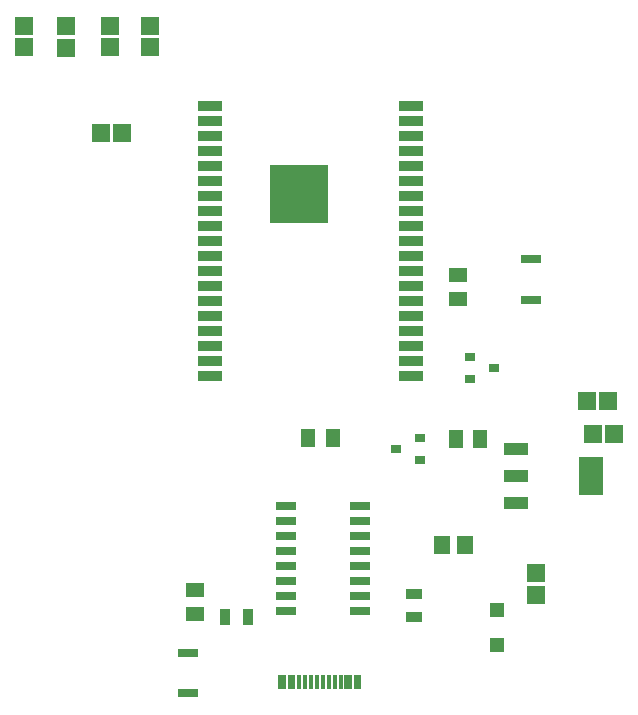
<source format=gbr>
%TF.GenerationSoftware,Altium Limited,Altium Designer,22.1.2 (22)*%
G04 Layer_Color=8421504*
%FSLAX45Y45*%
%MOMM*%
%TF.SameCoordinates,487542E7-F005-4C77-86B1-A0AEE8F943D7*%
%TF.FilePolarity,Positive*%
%TF.FileFunction,Paste,Top*%
%TF.Part,Single*%
G01*
G75*
%TA.AperFunction,SMDPad,CuDef*%
%ADD10R,2.00000X0.90000*%
%ADD11R,5.00000X5.00000*%
%ADD12R,1.80000X0.64000*%
G04:AMPARAMS|DCode=13|XSize=1mm|YSize=2.05mm|CornerRadius=0.05mm|HoleSize=0mm|Usage=FLASHONLY|Rotation=90.000|XOffset=0mm|YOffset=0mm|HoleType=Round|Shape=RoundedRectangle|*
%AMROUNDEDRECTD13*
21,1,1.00000,1.95000,0,0,90.0*
21,1,0.90000,2.05000,0,0,90.0*
1,1,0.10000,0.97500,0.45000*
1,1,0.10000,0.97500,-0.45000*
1,1,0.10000,-0.97500,-0.45000*
1,1,0.10000,-0.97500,0.45000*
%
%ADD13ROUNDEDRECTD13*%
G04:AMPARAMS|DCode=14|XSize=3.25mm|YSize=2.05mm|CornerRadius=0.05125mm|HoleSize=0mm|Usage=FLASHONLY|Rotation=90.000|XOffset=0mm|YOffset=0mm|HoleType=Round|Shape=RoundedRectangle|*
%AMROUNDEDRECTD14*
21,1,3.25000,1.94750,0,0,90.0*
21,1,3.14750,2.05000,0,0,90.0*
1,1,0.10250,0.97375,1.57375*
1,1,0.10250,0.97375,-1.57375*
1,1,0.10250,-0.97375,-1.57375*
1,1,0.10250,-0.97375,1.57375*
%
%ADD14ROUNDEDRECTD14*%
%ADD15R,1.55000X1.50000*%
%ADD16R,1.25000X1.55000*%
%ADD17R,0.90000X0.80000*%
%ADD18R,1.70000X0.80000*%
%ADD19R,1.50000X1.55000*%
%ADD20R,1.45000X0.95000*%
%TA.AperFunction,ConnectorPad*%
%ADD21R,0.30000X1.15000*%
%TA.AperFunction,SMDPad,CuDef*%
%ADD22R,1.55000X1.55000*%
%ADD23R,1.22000X1.25000*%
%ADD24R,0.95000X1.45000*%
%ADD25R,1.40000X1.55000*%
%ADD26R,1.55000X1.25000*%
D10*
X8775700Y8166100D02*
D03*
Y8039100D02*
D03*
Y7912100D02*
D03*
Y7785100D02*
D03*
Y7658100D02*
D03*
Y7531100D02*
D03*
Y7404100D02*
D03*
Y7277100D02*
D03*
Y7150100D02*
D03*
Y7023100D02*
D03*
Y6896100D02*
D03*
Y6769100D02*
D03*
Y6642100D02*
D03*
Y6515100D02*
D03*
Y6388100D02*
D03*
Y6261100D02*
D03*
Y6134100D02*
D03*
Y6007100D02*
D03*
Y5880100D02*
D03*
X10475700D02*
D03*
Y6007100D02*
D03*
Y6134100D02*
D03*
Y6261100D02*
D03*
Y6388100D02*
D03*
Y6515100D02*
D03*
Y6642100D02*
D03*
Y6769100D02*
D03*
Y6896100D02*
D03*
Y7023100D02*
D03*
Y7150100D02*
D03*
Y7277100D02*
D03*
Y7404100D02*
D03*
Y7531100D02*
D03*
Y7658100D02*
D03*
Y7785100D02*
D03*
Y7912100D02*
D03*
Y8039100D02*
D03*
Y8166100D02*
D03*
D11*
X9525700Y7416100D02*
D03*
D12*
X10038700Y4775200D02*
D03*
Y4648200D02*
D03*
Y4521200D02*
D03*
Y4394200D02*
D03*
Y4267200D02*
D03*
Y4140200D02*
D03*
Y4013200D02*
D03*
Y3886200D02*
D03*
X9417700D02*
D03*
Y4013200D02*
D03*
Y4140200D02*
D03*
Y4267200D02*
D03*
Y4394200D02*
D03*
Y4521200D02*
D03*
Y4648200D02*
D03*
Y4775200D02*
D03*
D13*
X11366500Y5259200D02*
D03*
Y5029200D02*
D03*
Y4799200D02*
D03*
D14*
X12001500Y5029200D02*
D03*
D15*
X7924800Y8660300D02*
D03*
Y8840300D02*
D03*
X8267700D02*
D03*
Y8660300D02*
D03*
X11531600Y4024800D02*
D03*
Y4204800D02*
D03*
D16*
X11062600Y5346700D02*
D03*
X10857600D02*
D03*
X9605480Y5355620D02*
D03*
X9810480D02*
D03*
D17*
X10350500Y5257800D02*
D03*
X10550500Y5352800D02*
D03*
Y5162800D02*
D03*
X10974400Y6038600D02*
D03*
Y5848600D02*
D03*
X11174400Y5943600D02*
D03*
D18*
X11493500Y6522900D02*
D03*
Y6862900D02*
D03*
X8585200Y3190600D02*
D03*
Y3530600D02*
D03*
D19*
X12193100Y5384800D02*
D03*
X12013100D02*
D03*
X12143400Y5664200D02*
D03*
X11963400D02*
D03*
X8026400Y7937500D02*
D03*
X7846400D02*
D03*
D20*
X10502900Y4034500D02*
D03*
Y3839500D02*
D03*
D21*
X10037800Y3288000D02*
D03*
X9957800D02*
D03*
X9477800D02*
D03*
X9397800D02*
D03*
X9367800D02*
D03*
X9447800D02*
D03*
X9527800D02*
D03*
X9577800D02*
D03*
X9627800D02*
D03*
X9677800D02*
D03*
X9727800D02*
D03*
X9777800D02*
D03*
X9827800D02*
D03*
X9877800D02*
D03*
X9927800D02*
D03*
X10007800D02*
D03*
D22*
X7556500Y8839200D02*
D03*
Y8654200D02*
D03*
X7200900Y8842800D02*
D03*
Y8657800D02*
D03*
D23*
X11201400Y3894000D02*
D03*
Y3599000D02*
D03*
D24*
X9093200Y3835400D02*
D03*
X8898200D02*
D03*
D25*
X10738100Y4445000D02*
D03*
X10928100D02*
D03*
D26*
X10871200Y6526900D02*
D03*
Y6731900D02*
D03*
X8648700Y3859900D02*
D03*
Y4064900D02*
D03*
%TF.MD5,5a060295b8320f6abd5bf4c609e58c4e*%
M02*

</source>
